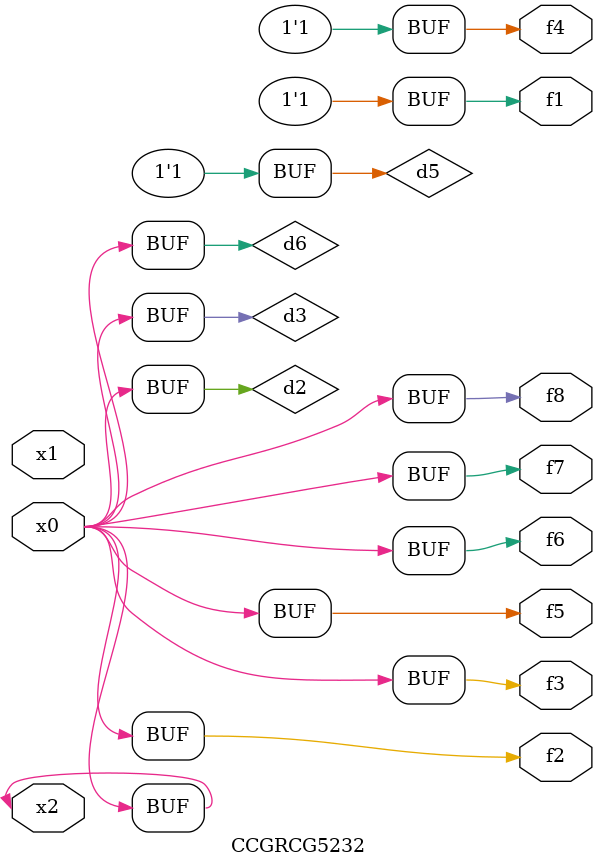
<source format=v>
module CCGRCG5232(
	input x0, x1, x2,
	output f1, f2, f3, f4, f5, f6, f7, f8
);

	wire d1, d2, d3, d4, d5, d6;

	xnor (d1, x2);
	buf (d2, x0, x2);
	and (d3, x0);
	xnor (d4, x1, x2);
	nand (d5, d1, d3);
	buf (d6, d2, d3);
	assign f1 = d5;
	assign f2 = d6;
	assign f3 = d6;
	assign f4 = d5;
	assign f5 = d6;
	assign f6 = d6;
	assign f7 = d6;
	assign f8 = d6;
endmodule

</source>
